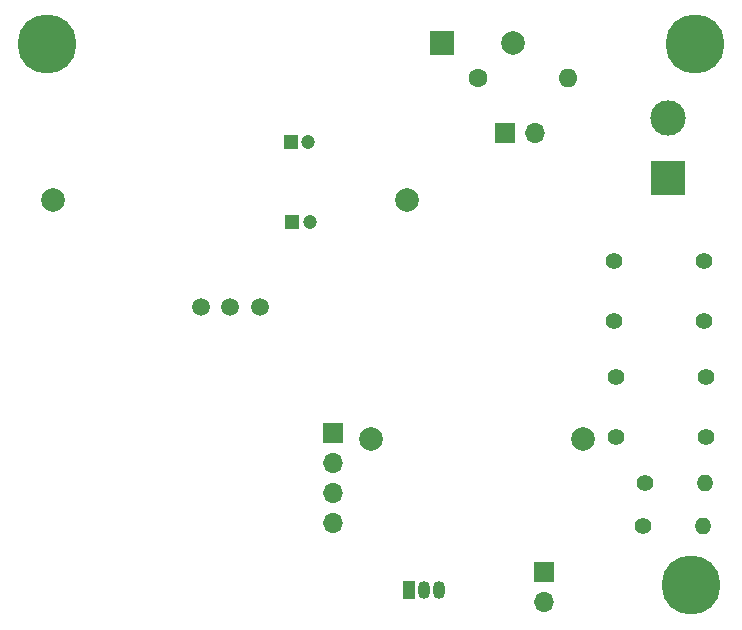
<source format=gbr>
%TF.GenerationSoftware,KiCad,Pcbnew,7.0.7*%
%TF.CreationDate,2025-12-05T14:06:05+01:00*%
%TF.ProjectId,centralv2,63656e74-7261-46c7-9632-2e6b69636164,rev?*%
%TF.SameCoordinates,Original*%
%TF.FileFunction,Soldermask,Bot*%
%TF.FilePolarity,Negative*%
%FSLAX46Y46*%
G04 Gerber Fmt 4.6, Leading zero omitted, Abs format (unit mm)*
G04 Created by KiCad (PCBNEW 7.0.7) date 2025-12-05 14:06:05*
%MOMM*%
%LPD*%
G01*
G04 APERTURE LIST*
%ADD10C,1.397000*%
%ADD11C,2.000000*%
%ADD12C,1.500000*%
%ADD13R,1.700000X1.700000*%
%ADD14O,1.700000X1.700000*%
%ADD15C,5.000000*%
%ADD16R,1.200000X1.200000*%
%ADD17C,1.200000*%
%ADD18R,3.000000X3.000000*%
%ADD19C,3.000000*%
%ADD20R,1.050000X1.500000*%
%ADD21O,1.050000X1.500000*%
%ADD22C,1.400000*%
%ADD23O,1.400000X1.400000*%
%ADD24R,2.000000X2.000000*%
%ADD25C,1.600000*%
%ADD26O,1.600000X1.600000*%
G04 APERTURE END LIST*
D10*
%TO.C,Reset*%
X109760000Y-59560000D03*
X117380000Y-59560000D03*
X109760000Y-64640000D03*
X117380000Y-64640000D03*
%TD*%
D11*
%TO.C,PIR1*%
X62300000Y-54410000D03*
X92300000Y-54410000D03*
D12*
X74800000Y-63410000D03*
X77300000Y-63410000D03*
X79800000Y-63410000D03*
%TD*%
D13*
%TO.C,Fotoresistencia1*%
X103840000Y-85855000D03*
D14*
X103840000Y-88395000D03*
%TD*%
D13*
%TO.C,Uart*%
X85990000Y-74070000D03*
D14*
X85990000Y-76610000D03*
X85990000Y-79150000D03*
X85990000Y-81690000D03*
%TD*%
D15*
%TO.C,REF3*%
X116310000Y-87020000D03*
%TD*%
D10*
%TO.C,Boot*%
X109990000Y-69330000D03*
X117610000Y-69330000D03*
X109990000Y-74410000D03*
X117610000Y-74410000D03*
%TD*%
D16*
%TO.C,C2*%
X82560000Y-56220000D03*
D17*
X84060000Y-56220000D03*
%TD*%
D18*
%TO.C,Alimentacion220V*%
X114340000Y-52550000D03*
D19*
X114340000Y-47470000D03*
%TD*%
D16*
%TO.C,C1*%
X82420000Y-49510000D03*
D17*
X83920000Y-49510000D03*
%TD*%
D20*
%TO.C,U3*%
X92400000Y-87370000D03*
D21*
X93670000Y-87370000D03*
X94940000Y-87370000D03*
%TD*%
D15*
%TO.C,REF3*%
X61800000Y-41190000D03*
%TD*%
D22*
%TO.C,R2*%
X112240000Y-82010000D03*
D23*
X117320000Y-82010000D03*
%TD*%
D13*
%TO.C,LP*%
X100595000Y-48680000D03*
D14*
X103135000Y-48680000D03*
%TD*%
D24*
%TO.C,PS2*%
X95200000Y-41060000D03*
D11*
X101200000Y-41060000D03*
X89200000Y-74660000D03*
X107200000Y-74660000D03*
%TD*%
D15*
%TO.C,REF3*%
X116660000Y-41180000D03*
%TD*%
D25*
%TO.C,Res_F*%
X98290000Y-44050000D03*
D26*
X105910000Y-44050000D03*
%TD*%
D22*
%TO.C,R1*%
X112390000Y-78350000D03*
D23*
X117470000Y-78350000D03*
%TD*%
M02*

</source>
